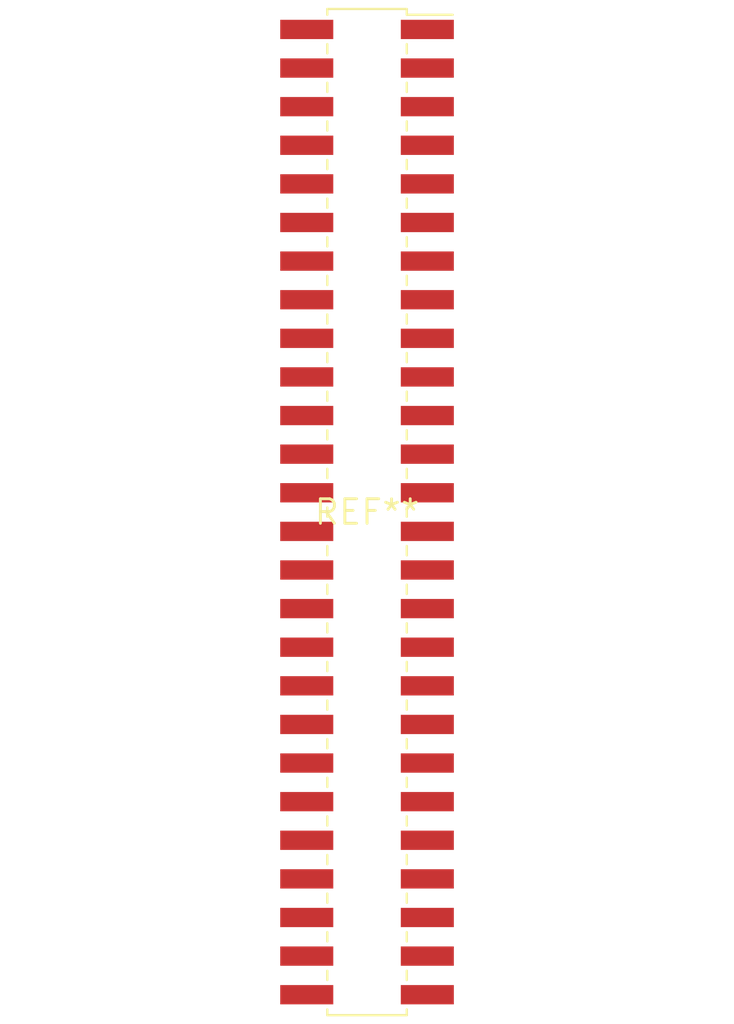
<source format=kicad_pcb>
(kicad_pcb (version 20240108) (generator pcbnew)
  (layers (0 "F.Cu" signal) (31 "B.Cu" signal) (34 "B.Paste" user) (35 "F.Paste" user) (36 "B.SilkS" user "B.Silkscreen") (37 "F.SilkS" user "F.Silkscreen") (38 "B.Mask" user) (39 "F.Mask" user) (44 "Edge.Cuts" user))
  (net 0 "")
  (footprint "PinSocket_2x26_P2.00mm_Vertical_SMD" (layer "F.Cu") (at 0 0)
    (property "Reference" "REF**")
    (property "Value" "PinSocket_2x26_P2.00mm_Vertical_SMD")
    (fp_line (start -2.06 -26.06) (end -2.06 -25.76) (layer "F.SilkS") (stroke (width 0.12)))
    (fp_line (start -2.06 -26.06) (end 2.06 -26.06) (layer "F.SilkS") (stroke (width 0.12)))
    (fp_line (start -2.06 -24.24) (end -2.06 -23.76) (layer "F.SilkS") (stroke (width 0.12)))
    (fp_line (start -2.06 -22.24) (end -2.06 -21.76) (layer "F.SilkS") (stroke (width 0.12)))
    (fp_line (start -2.06 -20.24) (end -2.06 -19.76) (layer "F.SilkS") (stroke (width 0.12)))
    (fp_line (start -2.06 -18.24) (end -2.06 -17.76) (layer "F.SilkS") (stroke (width 0.12)))
    (fp_line (start -2.06 -16.24) (end -2.06 -15.76) (layer "F.SilkS") (stroke (width 0.12)))
    (fp_line (start -2.06 -14.24) (end -2.06 -13.76) (layer "F.SilkS") (stroke (width 0.12)))
    (fp_line (start -2.06 -12.24) (end -2.06 -11.76) (layer "F.SilkS") (stroke (width 0.12)))
    (fp_line (start -2.06 -10.24) (end -2.06 -9.76) (layer "F.SilkS") (stroke (width 0.12)))
    (fp_line (start -2.06 -8.24) (end -2.06 -7.76) (layer "F.SilkS") (stroke (width 0.12)))
    (fp_line (start -2.06 -6.24) (end -2.06 -5.76) (layer "F.SilkS") (stroke (width 0.12)))
    (fp_line (start -2.06 -4.24) (end -2.06 -3.76) (layer "F.SilkS") (stroke (width 0.12)))
    (fp_line (start -2.06 -2.24) (end -2.06 -1.76) (layer "F.SilkS") (stroke (width 0.12)))
    (fp_line (start -2.06 -0.24) (end -2.06 0.24) (layer "F.SilkS") (stroke (width 0.12)))
    (fp_line (start -2.06 1.76) (end -2.06 2.24) (layer "F.SilkS") (stroke (width 0.12)))
    (fp_line (start -2.06 3.76) (end -2.06 4.24) (layer "F.SilkS") (stroke (width 0.12)))
    (fp_line (start -2.06 5.76) (end -2.06 6.24) (layer "F.SilkS") (stroke (width 0.12)))
    (fp_line (start -2.06 7.76) (end -2.06 8.24) (layer "F.SilkS") (stroke (width 0.12)))
    (fp_line (start -2.06 9.76) (end -2.06 10.24) (layer "F.SilkS") (stroke (width 0.12)))
    (fp_line (start -2.06 11.76) (end -2.06 12.24) (layer "F.SilkS") (stroke (width 0.12)))
    (fp_line (start -2.06 13.76) (end -2.06 14.24) (layer "F.SilkS") (stroke (width 0.12)))
    (fp_line (start -2.06 15.76) (end -2.06 16.24) (layer "F.SilkS") (stroke (width 0.12)))
    (fp_line (start -2.06 17.76) (end -2.06 18.24) (layer "F.SilkS") (stroke (width 0.12)))
    (fp_line (start -2.06 19.76) (end -2.06 20.24) (layer "F.SilkS") (stroke (width 0.12)))
    (fp_line (start -2.06 21.76) (end -2.06 22.24) (layer "F.SilkS") (stroke (width 0.12)))
    (fp_line (start -2.06 23.76) (end -2.06 24.24) (layer "F.SilkS") (stroke (width 0.12)))
    (fp_line (start -2.06 25.76) (end -2.06 26.06) (layer "F.SilkS") (stroke (width 0.12)))
    (fp_line (start -2.06 26.06) (end 2.06 26.06) (layer "F.SilkS") (stroke (width 0.12)))
    (fp_line (start 2.06 -26.06) (end 2.06 -25.76) (layer "F.SilkS") (stroke (width 0.12)))
    (fp_line (start 2.06 -25.76) (end 4.44 -25.76) (layer "F.SilkS") (stroke (width 0.12)))
    (fp_line (start 2.06 -24.24) (end 2.06 -23.76) (layer "F.SilkS") (stroke (width 0.12)))
    (fp_line (start 2.06 -22.24) (end 2.06 -21.76) (layer "F.SilkS") (stroke (width 0.12)))
    (fp_line (start 2.06 -20.24) (end 2.06 -19.76) (layer "F.SilkS") (stroke (width 0.12)))
    (fp_line (start 2.06 -18.24) (end 2.06 -17.76) (layer "F.SilkS") (stroke (width 0.12)))
    (fp_line (start 2.06 -16.24) (end 2.06 -15.76) (layer "F.SilkS") (stroke (width 0.12)))
    (fp_line (start 2.06 -14.24) (end 2.06 -13.76) (layer "F.SilkS") (stroke (width 0.12)))
    (fp_line (start 2.06 -12.24) (end 2.06 -11.76) (layer "F.SilkS") (stroke (width 0.12)))
    (fp_line (start 2.06 -10.24) (end 2.06 -9.76) (layer "F.SilkS") (stroke (width 0.12)))
    (fp_line (start 2.06 -8.24) (end 2.06 -7.76) (layer "F.SilkS") (stroke (width 0.12)))
    (fp_line (start 2.06 -6.24) (end 2.06 -5.76) (layer "F.SilkS") (stroke (width 0.12)))
    (fp_line (start 2.06 -4.24) (end 2.06 -3.76) (layer "F.SilkS") (stroke (width 0.12)))
    (fp_line (start 2.06 -2.24) (end 2.06 -1.76) (layer "F.SilkS") (stroke (width 0.12)))
    (fp_line (start 2.06 -0.24) (end 2.06 0.24) (layer "F.SilkS") (stroke (width 0.12)))
    (fp_line (start 2.06 1.76) (end 2.06 2.24) (layer "F.SilkS") (stroke (width 0.12)))
    (fp_line (start 2.06 3.76) (end 2.06 4.24) (layer "F.SilkS") (stroke (width 0.12)))
    (fp_line (start 2.06 5.76) (end 2.06 6.24) (layer "F.SilkS") (stroke (width 0.12)))
    (fp_line (start 2.06 7.76) (end 2.06 8.24) (layer "F.SilkS") (stroke (width 0.12)))
    (fp_line (start 2.06 9.76) (end 2.06 10.24) (layer "F.SilkS") (stroke (width 0.12)))
    (fp_line (start 2.06 11.76) (end 2.06 12.24) (layer "F.SilkS") (stroke (width 0.12)))
    (fp_line (start 2.06 13.76) (end 2.06 14.24) (layer "F.SilkS") (stroke (width 0.12)))
    (fp_line (start 2.06 15.76) (end 2.06 16.24) (layer "F.SilkS") (stroke (width 0.12)))
    (fp_line (start 2.06 17.76) (end 2.06 18.24) (layer "F.SilkS") (stroke (width 0.12)))
    (fp_line (start 2.06 19.76) (end 2.06 20.24) (layer "F.SilkS") (stroke (width 0.12)))
    (fp_line (start 2.06 21.76) (end 2.06 22.24) (layer "F.SilkS") (stroke (width 0.12)))
    (fp_line (start 2.06 23.76) (end 2.06 24.24) (layer "F.SilkS") (stroke (width 0.12)))
    (fp_line (start 2.06 25.76) (end 2.06 26.06) (layer "F.SilkS") (stroke (width 0.12)))
    (pad "1" smd rect (at 3.125 -25) (size 2.75 1) (layers "F.Cu" "F.Paste" "F.Mask"))
    (pad "2" smd rect (at -3.125 -25) (size 2.75 1) (layers "F.Cu" "F.Paste" "F.Mask"))
    (pad "3" smd rect (at 3.125 -23) (size 2.75 1) (layers "F.Cu" "F.Paste" "F.Mask"))
    (pad "4" smd rect (at -3.125 -23) (size 2.75 1) (layers "F.Cu" "F.Paste" "F.Mask"))
    (pad "5" smd rect (at 3.125 -21) (size 2.75 1) (layers "F.Cu" "F.Paste" "F.Mask"))
    (pad "6" smd rect (at -3.125 -21) (size 2.75 1) (layers "F.Cu" "F.Paste" "F.Mask"))
    (pad "7" smd rect (at 3.125 -19) (size 2.75 1) (layers "F.Cu" "F.Paste" "F.Mask"))
    (pad "8" smd rect (at -3.125 -19) (size 2.75 1) (layers "F.Cu" "F.Paste" "F.Mask"))
    (pad "9" smd rect (at 3.125 -17) (size 2.75 1) (layers "F.Cu" "F.Paste" "F.Mask"))
    (pad "10" smd rect (at -3.125 -17) (size 2.75 1) (layers "F.Cu" "F.Paste" "F.Mask"))
    (pad "11" smd rect (at 3.125 -15) (size 2.75 1) (layers "F.Cu" "F.Paste" "F.Mask"))
    (pad "12" smd rect (at -3.125 -15) (size 2.75 1) (layers "F.Cu" "F.Paste" "F.Mask"))
    (pad "13" smd rect (at 3.125 -13) (size 2.75 1) (layers "F.Cu" "F.Paste" "F.Mask"))
    (pad "14" smd rect (at -3.125 -13) (size 2.75 1) (layers "F.Cu" "F.Paste" "F.Mask"))
    (pad "15" smd rect (at 3.125 -11) (size 2.75 1) (layers "F.Cu" "F.Paste" "F.Mask"))
    (pad "16" smd rect (at -3.125 -11) (size 2.75 1) (layers "F.Cu" "F.Paste" "F.Mask"))
    (pad "17" smd rect (at 3.125 -9) (size 2.75 1) (layers "F.Cu" "F.Paste" "F.Mask"))
    (pad "18" smd rect (at -3.125 -9) (size 2.75 1) (layers "F.Cu" "F.Paste" "F.Mask"))
    (pad "19" smd rect (at 3.125 -7) (size 2.75 1) (layers "F.Cu" "F.Paste" "F.Mask"))
    (pad "20" smd rect (at -3.125 -7) (size 2.75 1) (layers "F.Cu" "F.Paste" "F.Mask"))
    (pad "21" smd rect (at 3.125 -5) (size 2.75 1) (layers "F.Cu" "F.Paste" "F.Mask"))
    (pad "22" smd rect (at -3.125 -5) (size 2.75 1) (layers "F.Cu" "F.Paste" "F.Mask"))
    (pad "23" smd rect (at 3.125 -3) (size 2.75 1) (layers "F.Cu" "F.Paste" "F.Mask"))
    (pad "24" smd rect (at -3.125 -3) (size 2.75 1) (layers "F.Cu" "F.Paste" "F.Mask"))
    (pad "25" smd rect (at 3.125 -1) (size 2.75 1) (layers "F.Cu" "F.Paste" "F.Mask"))
    (pad "26" smd rect (at -3.125 -1) (size 2.75 1) (layers "F.Cu" "F.Paste" "F.Mask"))
    (pad "27" smd rect (at 3.125 1) (size 2.75 1) (layers "F.Cu" "F.Paste" "F.Mask"))
    (pad "28" smd rect (at -3.125 1) (size 2.75 1) (layers "F.Cu" "F.Paste" "F.Mask"))
    (pad "29" smd rect (at 3.125 3) (size 2.75 1) (layers "F.Cu" "F.Paste" "F.Mask"))
    (pad "30" smd rect (at -3.125 3) (size 2.75 1) (layers "F.Cu" "F.Paste" "F.Mask"))
    (pad "31" smd rect (at 3.125 5) (size 2.75 1) (layers "F.Cu" "F.Paste" "F.Mask"))
    (pad "32" smd rect (at -3.125 5) (size 2.75 1) (layers "F.Cu" "F.Paste" "F.Mask"))
    (pad "33" smd rect (at 3.125 7) (size 2.75 1) (layers "F.Cu" "F.Paste" "F.Mask"))
    (pad "34" smd rect (at -3.125 7) (size 2.75 1) (layers "F.Cu" "F.Paste" "F.Mask"))
    (pad "35" smd rect (at 3.125 9) (size 2.75 1) (layers "F.Cu" "F.Paste" "F.Mask"))
    (pad "36" smd rect (at -3.125 9) (size 2.75 1) (layers "F.Cu" "F.Paste" "F.Mask"))
    (pad "37" smd rect (at 3.125 11) (size 2.75 1) (layers "F.Cu" "F.Paste" "F.Mask"))
    (pad "38" smd rect (at -3.125 11) (size 2.75 1) (layers "F.Cu" "F.Paste" "F.Mask"))
    (pad "39" smd rect (at 3.125 13) (size 2.75 1) (layers "F.Cu" "F.Paste" "F.Mask"))
    (pad "40" smd rect (at -3.125 13) (size 2.75 1) (layers "F.Cu" "F.Paste" "F.Mask"))
    (pad "41" smd rect (at 3.125 15) (size 2.75 1) (layers "F.Cu" "F.Paste" "F.Mask"))
    (pad "42" smd rect (at -3.125 15) (size 2.75 1) (layers "F.Cu" "F.Paste" "F.Mask"))
    (pad "43" smd rect (at 3.125 17) (size 2.75 1) (layers "F.Cu" "F.Paste" "F.Mask"))
    (pad "44" smd rect (at -3.125 17) (size 2.75 1) (layers "F.Cu" "F.Paste" "F.Mask"))
    (pad "45" smd rect (at 3.125 19) (size 2.75 1) (layers "F.Cu" "F.Paste" "F.Mask"))
    (pad "46" smd rect (at -3.125 19) (size 2.75 1) (layers "F.Cu" "F.Paste" "F.Mask"))
    (pad "47" smd rect (at 3.125 21) (size 2.75 1) (layers "F.Cu" "F.Paste" "F.Mask"))
    (pad "48" smd rect (at -3.125 21) (size 2.75 1) (layers "F.Cu" "F.Paste" "F.Mask"))
    (pad "49" smd rect (at 3.125 23) (size 2.75 1) (layers "F.Cu" "F.Paste" "F.Mask"))
    (pad "50" smd rect (at -3.125 23) (size 2.75 1) (layers "F.Cu" "F.Paste" "F.Mask"))
    (pad "51" smd rect (at 3.125 25) (size 2.75 1) (layers "F.Cu" "F.Paste" "F.Mask"))
    (pad "52" smd rect (at -3.125 25) (size 2.75 1) (layers "F.Cu" "F.Paste" "F.Mask"))
  )
)
</source>
